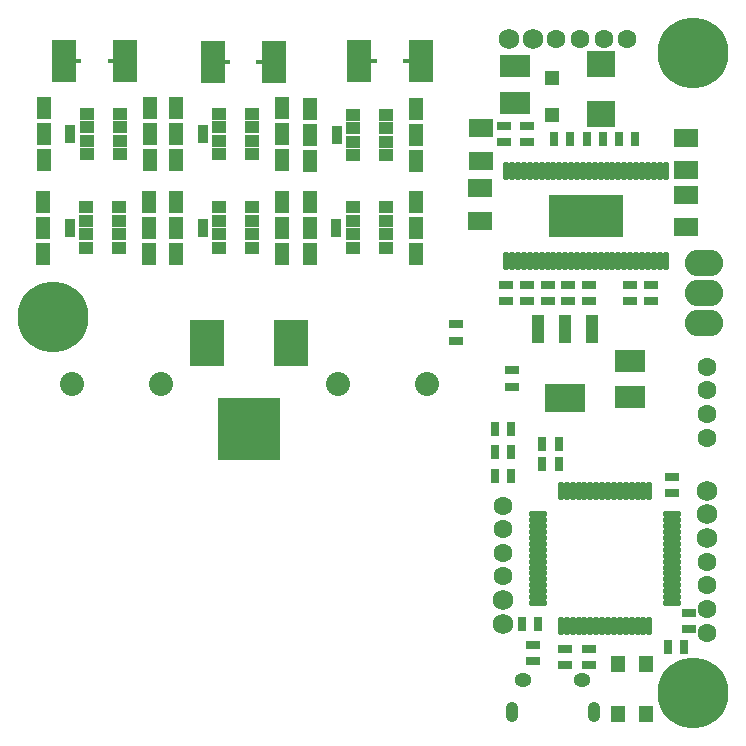
<source format=gts>
G04 Layer_Color=8388736*
%FSLAX25Y25*%
%MOIN*%
G70*
G01*
G75*
%ADD75C,0.08000*%
%ADD93R,0.24803X0.14311*%
%ADD94R,0.11800X0.15800*%
%ADD95R,0.05131X0.04737*%
%ADD96R,0.20800X0.20800*%
%ADD97R,0.02768X0.04540*%
%ADD98R,0.04540X0.02768*%
%ADD99R,0.07887X0.06312*%
%ADD100R,0.09461X0.08871*%
%ADD101O,0.01981X0.06312*%
%ADD102O,0.06312X0.01981*%
%ADD103R,0.05000X0.05300*%
%ADD104R,0.09855X0.07296*%
%ADD105R,0.13398X0.09265*%
%ADD106R,0.04343X0.09265*%
%ADD107R,0.05131X0.07493*%
%ADD108R,0.05131X0.04147*%
%ADD109R,0.03556X0.05918*%
%ADD110R,0.04737X0.01300*%
%ADD111R,0.07887X0.13989*%
%ADD112O,0.04147X0.06902*%
%ADD113O,0.05721X0.04540*%
%ADD114O,0.12800X0.08800*%
%ADD115C,0.06800*%
%ADD116C,0.06312*%
%ADD117C,0.23635*%
D75*
X-129803Y-122047D02*
D03*
X-100276Y-122047D02*
D03*
X-188859Y-122047D02*
D03*
X-218386Y-122047D02*
D03*
D93*
X-47244Y-65817D02*
D03*
D94*
X-173499Y-108268D02*
D03*
X-145399D02*
D03*
D95*
X-58661Y-19882D02*
D03*
Y-32087D02*
D03*
D96*
X-159449Y-136811D02*
D03*
D97*
X-56355Y-148622D02*
D03*
X-61755D02*
D03*
X-63245Y-201772D02*
D03*
X-68645D02*
D03*
X-56355Y-141732D02*
D03*
X-61755D02*
D03*
X-52418Y-40354D02*
D03*
X-57818D02*
D03*
X-41591D02*
D03*
X-46991D02*
D03*
X-30765D02*
D03*
X-36165D02*
D03*
X-20023Y-209449D02*
D03*
X-14623D02*
D03*
X-77503Y-152559D02*
D03*
X-72103D02*
D03*
Y-144685D02*
D03*
X-77503D02*
D03*
X-72103Y-136811D02*
D03*
X-77503D02*
D03*
D98*
X-18701Y-158212D02*
D03*
X-18701Y-152812D02*
D03*
X-12992Y-203487D02*
D03*
Y-198087D02*
D03*
X-46063Y-210292D02*
D03*
Y-215692D02*
D03*
X-53150Y-94235D02*
D03*
Y-88835D02*
D03*
X-32480D02*
D03*
Y-94235D02*
D03*
X-46260Y-88835D02*
D03*
Y-94235D02*
D03*
X-25591Y-88835D02*
D03*
Y-94235D02*
D03*
X-71850Y-117379D02*
D03*
Y-122779D02*
D03*
X-66929Y-35883D02*
D03*
Y-41283D02*
D03*
X-64961Y-208914D02*
D03*
Y-214314D02*
D03*
X-54331Y-215692D02*
D03*
Y-210292D02*
D03*
X-60039Y-88835D02*
D03*
Y-94235D02*
D03*
X-90551Y-102024D02*
D03*
Y-107424D02*
D03*
X-66929Y-94235D02*
D03*
Y-88835D02*
D03*
X-73819D02*
D03*
Y-94235D02*
D03*
X-74410Y-35883D02*
D03*
Y-41283D02*
D03*
D99*
X-82284Y-36713D02*
D03*
Y-47539D02*
D03*
X-82677Y-67421D02*
D03*
Y-56595D02*
D03*
X-13780Y-50689D02*
D03*
Y-39862D02*
D03*
Y-58760D02*
D03*
Y-69587D02*
D03*
D100*
X-42126Y-15256D02*
D03*
Y-31988D02*
D03*
D101*
X-55610Y-202559D02*
D03*
X-53642D02*
D03*
X-51673D02*
D03*
X-49705D02*
D03*
X-47736D02*
D03*
X-45768D02*
D03*
X-43799D02*
D03*
X-41831D02*
D03*
X-39862D02*
D03*
X-37894D02*
D03*
X-35925D02*
D03*
X-33957D02*
D03*
X-31988D02*
D03*
X-30020D02*
D03*
X-28051D02*
D03*
X-26083D02*
D03*
Y-157677D02*
D03*
X-28051D02*
D03*
X-30020D02*
D03*
X-31988D02*
D03*
X-33957D02*
D03*
X-35925D02*
D03*
X-37894D02*
D03*
X-39862D02*
D03*
X-41831D02*
D03*
X-43799D02*
D03*
X-45768D02*
D03*
X-51673D02*
D03*
X-53642D02*
D03*
X-55610D02*
D03*
X-47736D02*
D03*
X-49705D02*
D03*
X-73819Y-80905D02*
D03*
X-71850D02*
D03*
X-69882D02*
D03*
X-67913D02*
D03*
X-65945D02*
D03*
X-63976D02*
D03*
X-62008D02*
D03*
X-60039D02*
D03*
X-58071D02*
D03*
X-56102D02*
D03*
X-54134D02*
D03*
X-52165D02*
D03*
X-50197D02*
D03*
X-48228D02*
D03*
X-46260D02*
D03*
X-44291D02*
D03*
X-42323D02*
D03*
X-40354D02*
D03*
X-38386D02*
D03*
X-36417D02*
D03*
X-34449D02*
D03*
X-32480D02*
D03*
X-30512D02*
D03*
X-28543D02*
D03*
X-26575D02*
D03*
X-24606D02*
D03*
X-22638D02*
D03*
X-20669D02*
D03*
X-73819Y-50984D02*
D03*
X-71850D02*
D03*
X-69882D02*
D03*
X-67913D02*
D03*
X-65945D02*
D03*
X-63976D02*
D03*
X-62008D02*
D03*
X-60039D02*
D03*
X-58071D02*
D03*
X-56102D02*
D03*
X-54134D02*
D03*
X-52165D02*
D03*
X-50197D02*
D03*
X-48228D02*
D03*
X-46260D02*
D03*
X-44291D02*
D03*
X-42323D02*
D03*
X-40354D02*
D03*
X-38386D02*
D03*
X-36417D02*
D03*
X-34449D02*
D03*
X-32480D02*
D03*
X-30512D02*
D03*
X-28543D02*
D03*
X-26575D02*
D03*
X-24606D02*
D03*
X-22638D02*
D03*
X-20669D02*
D03*
D102*
X-18406Y-194882D02*
D03*
Y-192913D02*
D03*
Y-190945D02*
D03*
Y-188976D02*
D03*
Y-187008D02*
D03*
Y-185039D02*
D03*
Y-183071D02*
D03*
Y-181102D02*
D03*
Y-179134D02*
D03*
Y-177165D02*
D03*
Y-175197D02*
D03*
Y-173228D02*
D03*
Y-171260D02*
D03*
Y-169291D02*
D03*
Y-167323D02*
D03*
Y-165354D02*
D03*
X-63287D02*
D03*
Y-167323D02*
D03*
Y-169291D02*
D03*
Y-171260D02*
D03*
Y-173228D02*
D03*
Y-175197D02*
D03*
Y-177165D02*
D03*
Y-179134D02*
D03*
Y-181102D02*
D03*
Y-183071D02*
D03*
Y-185039D02*
D03*
Y-187008D02*
D03*
Y-188976D02*
D03*
Y-190945D02*
D03*
Y-192913D02*
D03*
Y-194882D02*
D03*
D103*
X-27165Y-231890D02*
D03*
X-36614Y-215354D02*
D03*
Y-231890D02*
D03*
X-27165Y-215354D02*
D03*
D104*
X-32480Y-114075D02*
D03*
Y-126083D02*
D03*
X-70866Y-28051D02*
D03*
Y-16043D02*
D03*
D105*
X-54134Y-126673D02*
D03*
D106*
X-63189Y-103642D02*
D03*
X-54134D02*
D03*
X-45079D02*
D03*
D107*
X-103937Y-61122D02*
D03*
Y-69784D02*
D03*
Y-78445D02*
D03*
X-139370D02*
D03*
Y-69784D02*
D03*
Y-61122D02*
D03*
X-103740Y-30217D02*
D03*
Y-38878D02*
D03*
Y-47539D02*
D03*
X-139173D02*
D03*
Y-38878D02*
D03*
Y-30217D02*
D03*
X-148425Y-61122D02*
D03*
Y-69784D02*
D03*
Y-78445D02*
D03*
X-183858D02*
D03*
Y-69784D02*
D03*
Y-61122D02*
D03*
X-148425Y-29921D02*
D03*
Y-38583D02*
D03*
Y-47244D02*
D03*
X-183858D02*
D03*
Y-38583D02*
D03*
Y-29921D02*
D03*
X-192717Y-61122D02*
D03*
Y-69784D02*
D03*
Y-78445D02*
D03*
X-228150D02*
D03*
Y-69784D02*
D03*
Y-61122D02*
D03*
X-192520Y-29921D02*
D03*
Y-38583D02*
D03*
Y-47244D02*
D03*
X-227953D02*
D03*
Y-38583D02*
D03*
Y-29921D02*
D03*
D108*
X-125000Y-62992D02*
D03*
Y-67520D02*
D03*
Y-72047D02*
D03*
Y-76575D02*
D03*
X-113976D02*
D03*
Y-72047D02*
D03*
Y-67520D02*
D03*
Y-62992D02*
D03*
X-124803Y-32087D02*
D03*
Y-36614D02*
D03*
Y-41142D02*
D03*
Y-45669D02*
D03*
X-113779D02*
D03*
Y-41142D02*
D03*
Y-36614D02*
D03*
Y-32087D02*
D03*
X-169488Y-62992D02*
D03*
Y-67520D02*
D03*
Y-72047D02*
D03*
Y-76575D02*
D03*
X-158465D02*
D03*
Y-72047D02*
D03*
Y-67520D02*
D03*
Y-62992D02*
D03*
X-169488Y-31791D02*
D03*
Y-36319D02*
D03*
Y-40846D02*
D03*
Y-45374D02*
D03*
X-158465D02*
D03*
Y-40846D02*
D03*
Y-36319D02*
D03*
Y-31791D02*
D03*
X-213779Y-62992D02*
D03*
Y-67520D02*
D03*
Y-72047D02*
D03*
Y-76575D02*
D03*
X-202756D02*
D03*
Y-72047D02*
D03*
Y-67520D02*
D03*
Y-62992D02*
D03*
X-213583Y-31791D02*
D03*
Y-36319D02*
D03*
Y-40846D02*
D03*
Y-45374D02*
D03*
X-202559D02*
D03*
Y-40846D02*
D03*
Y-36319D02*
D03*
Y-31791D02*
D03*
D109*
X-130512Y-69784D02*
D03*
X-130315Y-38878D02*
D03*
X-175000Y-69784D02*
D03*
X-175000Y-38583D02*
D03*
X-219291Y-69784D02*
D03*
X-219094Y-38583D02*
D03*
D110*
X-217717Y-14173D02*
D03*
X-204331D02*
D03*
X-154724Y-14567D02*
D03*
X-168110D02*
D03*
X-119291Y-14173D02*
D03*
X-105905D02*
D03*
D111*
X-200787D02*
D03*
X-221260D02*
D03*
X-171653Y-14567D02*
D03*
X-151181D02*
D03*
X-102362Y-14173D02*
D03*
X-122835D02*
D03*
D112*
X-44487Y-231102D02*
D03*
X-72048D02*
D03*
D113*
X-48425Y-220472D02*
D03*
X-68110D02*
D03*
D114*
X-7874Y-101693D02*
D03*
Y-91693D02*
D03*
Y-81693D02*
D03*
D115*
X-6890Y-157480D02*
D03*
Y-165354D02*
D03*
Y-173228D02*
D03*
X-74803Y-193898D02*
D03*
Y-201772D02*
D03*
X-64960Y-6889D02*
D03*
X-72834D02*
D03*
D116*
X-6890Y-181102D02*
D03*
Y-188976D02*
D03*
Y-196850D02*
D03*
Y-204724D02*
D03*
X-74803Y-162402D02*
D03*
Y-170276D02*
D03*
Y-178150D02*
D03*
Y-186024D02*
D03*
X-33464Y-6889D02*
D03*
X-41338D02*
D03*
X-49212D02*
D03*
X-57086D02*
D03*
X-6890Y-116142D02*
D03*
Y-124016D02*
D03*
Y-131890D02*
D03*
Y-139764D02*
D03*
D117*
X-11417Y-11417D02*
D03*
X-224803Y-99606D02*
D03*
X-11417Y-224803D02*
D03*
M02*

</source>
